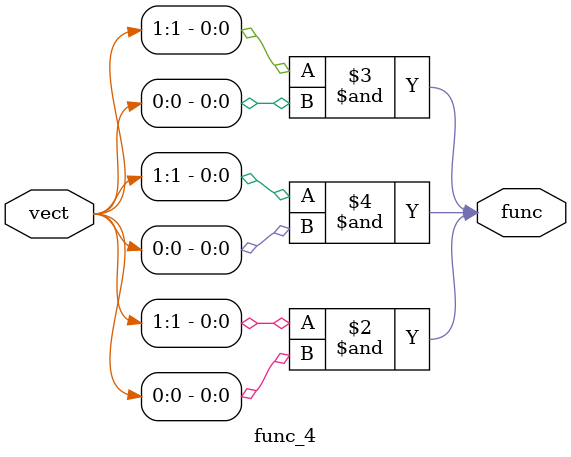
<source format=v>
module func_4 (
                input [1:0] vect,
                output reg func
              );
  
  always @(*) begin
    func = vect[1] & vect[0];
  end
  
  assign func = vect[1] & vect[0];
  
  and myAnd(func, vect[1], vect[0]);
  
endmodule

</source>
